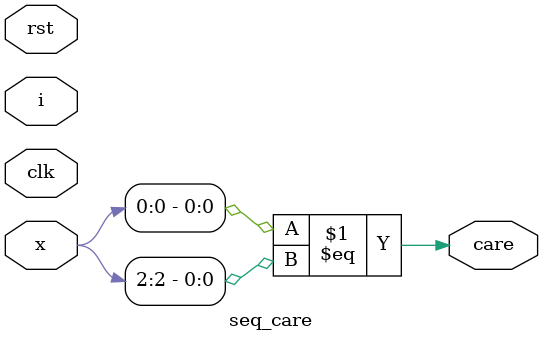
<source format=v>
module seq_impl (
	input clk,
	input rst,
	input [2:0] i,
	output o
);
	reg [2:0] x;
	always @(posedge clk) begin
		if (rst) begin
			x <= 0;
		end else begin
			x <= i;
		end
	end
	assign o = x[0] ^ x[1] ^ x[2];
endmodule

module seq_care (
	input clk,
	input rst,
	input [2:0] i,
	input [2:0] x,
	output care
);
	assign care = x[0] == x[2];
endmodule

</source>
